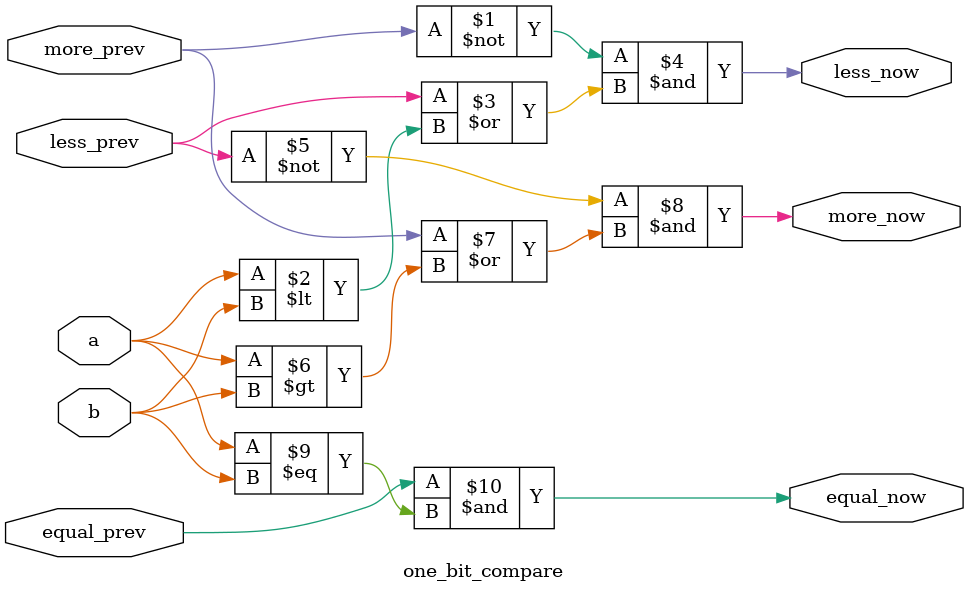
<source format=v>
`timescale 1ns / 1ps
module one_bit_compare(a, b, less_prev, more_prev, equal_prev, less_now, more_now, equal_now);
	input a;
	input b;
	input less_prev;
	input more_prev;
	input equal_prev;
	
	output less_now;
	output more_now;
	output equal_now;
	wire less_now;
	wire more_now;
	wire equal_now;
	
	assign less_now = (~more_prev) & (less_prev | (a < b));
	assign more_now = (~less_prev) & (more_prev | (a > b));
	assign equal_now = equal_prev & (a == b);

endmodule

</source>
